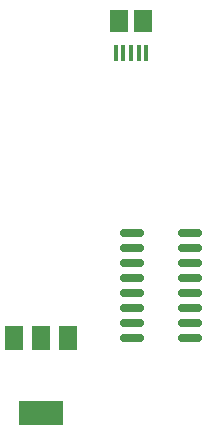
<source format=gtp>
G04 #@! TF.GenerationSoftware,KiCad,Pcbnew,6.0.11-3.fc36*
G04 #@! TF.CreationDate,2023-04-04T19:10:39+09:00*
G04 #@! TF.ProjectId,Tetiduino,54657469-6475-4696-9e6f-2e6b69636164,rev?*
G04 #@! TF.SameCoordinates,Original*
G04 #@! TF.FileFunction,Paste,Top*
G04 #@! TF.FilePolarity,Positive*
%FSLAX46Y46*%
G04 Gerber Fmt 4.6, Leading zero omitted, Abs format (unit mm)*
G04 Created by KiCad (PCBNEW 6.0.11-3.fc36) date 2023-04-04 19:10:39*
%MOMM*%
%LPD*%
G01*
G04 APERTURE LIST*
G04 Aperture macros list*
%AMRoundRect*
0 Rectangle with rounded corners*
0 $1 Rounding radius*
0 $2 $3 $4 $5 $6 $7 $8 $9 X,Y pos of 4 corners*
0 Add a 4 corners polygon primitive as box body*
4,1,4,$2,$3,$4,$5,$6,$7,$8,$9,$2,$3,0*
0 Add four circle primitives for the rounded corners*
1,1,$1+$1,$2,$3*
1,1,$1+$1,$4,$5*
1,1,$1+$1,$6,$7*
1,1,$1+$1,$8,$9*
0 Add four rect primitives between the rounded corners*
20,1,$1+$1,$2,$3,$4,$5,0*
20,1,$1+$1,$4,$5,$6,$7,0*
20,1,$1+$1,$6,$7,$8,$9,0*
20,1,$1+$1,$8,$9,$2,$3,0*%
G04 Aperture macros list end*
%ADD10R,0.400000X1.350000*%
%ADD11R,1.500000X1.900000*%
%ADD12R,1.500000X2.000000*%
%ADD13R,3.800000X2.000000*%
%ADD14RoundRect,0.150000X0.825000X0.150000X-0.825000X0.150000X-0.825000X-0.150000X0.825000X-0.150000X0*%
G04 APERTURE END LIST*
D10*
X146080000Y-76212500D03*
X145430000Y-76212500D03*
X144780000Y-76212500D03*
X144130000Y-76212500D03*
X143480000Y-76212500D03*
D11*
X143780000Y-73512500D03*
X145780000Y-73512500D03*
D12*
X139460000Y-100355000D03*
D13*
X137160000Y-106655000D03*
D12*
X137160000Y-100355000D03*
X134860000Y-100355000D03*
D14*
X149795000Y-100330000D03*
X149795000Y-99060000D03*
X149795000Y-97790000D03*
X149795000Y-96520000D03*
X149795000Y-95250000D03*
X149795000Y-93980000D03*
X149795000Y-92710000D03*
X149795000Y-91440000D03*
X144845000Y-91440000D03*
X144845000Y-92710000D03*
X144845000Y-93980000D03*
X144845000Y-95250000D03*
X144845000Y-96520000D03*
X144845000Y-97790000D03*
X144845000Y-99060000D03*
X144845000Y-100330000D03*
M02*

</source>
